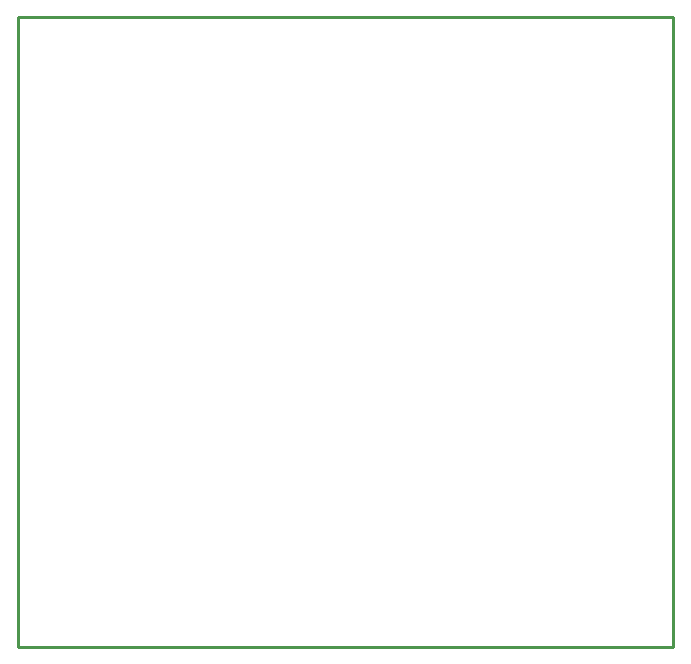
<source format=gko>
G04*
G04 #@! TF.GenerationSoftware,Altium Limited,Altium Designer,23.3.1 (30)*
G04*
G04 Layer_Color=16711935*
%FSLAX25Y25*%
%MOIN*%
G70*
G04*
G04 #@! TF.SameCoordinates,C0566122-47CB-4EAD-8267-09603FDD0119*
G04*
G04*
G04 #@! TF.FilePolarity,Positive*
G04*
G01*
G75*
%ADD15C,0.01000*%
D15*
X169500Y108500D02*
X388000D01*
X169500Y318500D02*
X169500Y108500D01*
X388000Y318500D02*
X388000Y108500D01*
X169500Y318500D02*
X388000D01*
M02*

</source>
